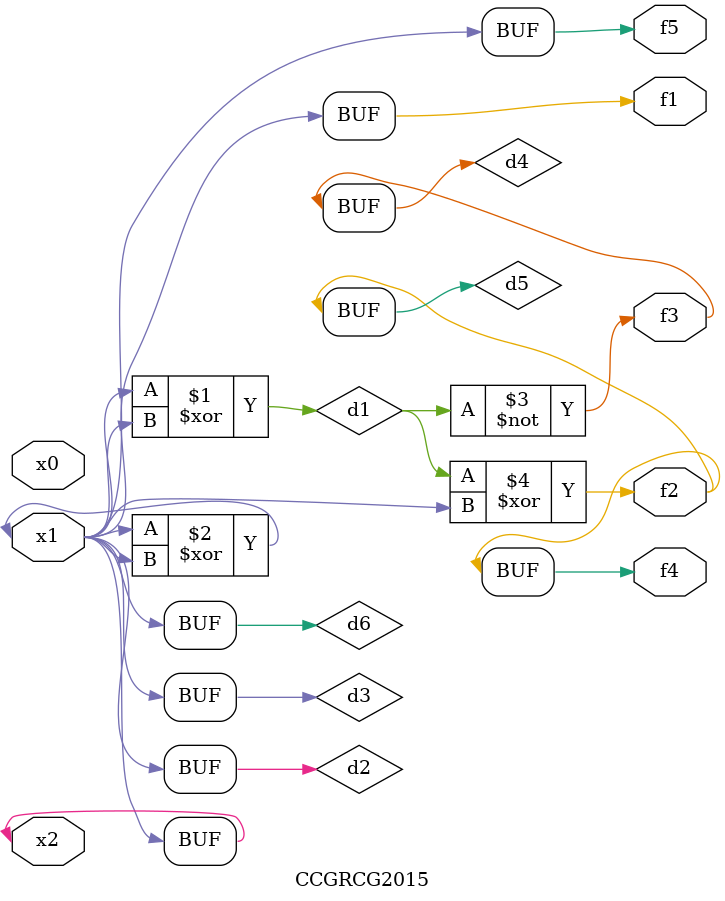
<source format=v>
module CCGRCG2015(
	input x0, x1, x2,
	output f1, f2, f3, f4, f5
);

	wire d1, d2, d3, d4, d5, d6;

	xor (d1, x1, x2);
	buf (d2, x1, x2);
	xor (d3, x1, x2);
	nor (d4, d1);
	xor (d5, d1, d2);
	buf (d6, d2, d3);
	assign f1 = d6;
	assign f2 = d5;
	assign f3 = d4;
	assign f4 = d5;
	assign f5 = d6;
endmodule

</source>
